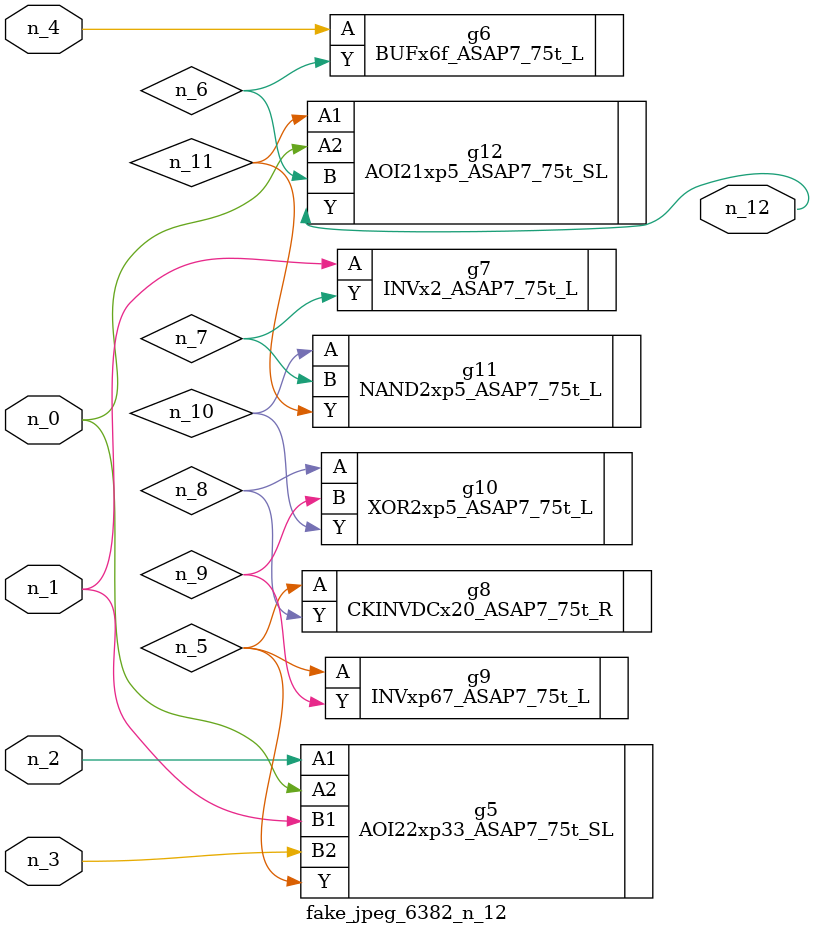
<source format=v>
module fake_jpeg_6382_n_12 (n_3, n_2, n_1, n_0, n_4, n_12);

input n_3;
input n_2;
input n_1;
input n_0;
input n_4;

output n_12;

wire n_11;
wire n_10;
wire n_8;
wire n_9;
wire n_6;
wire n_5;
wire n_7;

AOI22xp33_ASAP7_75t_SL g5 ( 
.A1(n_2),
.A2(n_0),
.B1(n_1),
.B2(n_3),
.Y(n_5)
);

BUFx6f_ASAP7_75t_L g6 ( 
.A(n_4),
.Y(n_6)
);

INVx2_ASAP7_75t_L g7 ( 
.A(n_1),
.Y(n_7)
);

CKINVDCx20_ASAP7_75t_R g8 ( 
.A(n_5),
.Y(n_8)
);

XOR2xp5_ASAP7_75t_L g10 ( 
.A(n_8),
.B(n_9),
.Y(n_10)
);

INVxp67_ASAP7_75t_L g9 ( 
.A(n_5),
.Y(n_9)
);

NAND2xp5_ASAP7_75t_L g11 ( 
.A(n_10),
.B(n_7),
.Y(n_11)
);

AOI21xp5_ASAP7_75t_SL g12 ( 
.A1(n_11),
.A2(n_0),
.B(n_6),
.Y(n_12)
);


endmodule
</source>
